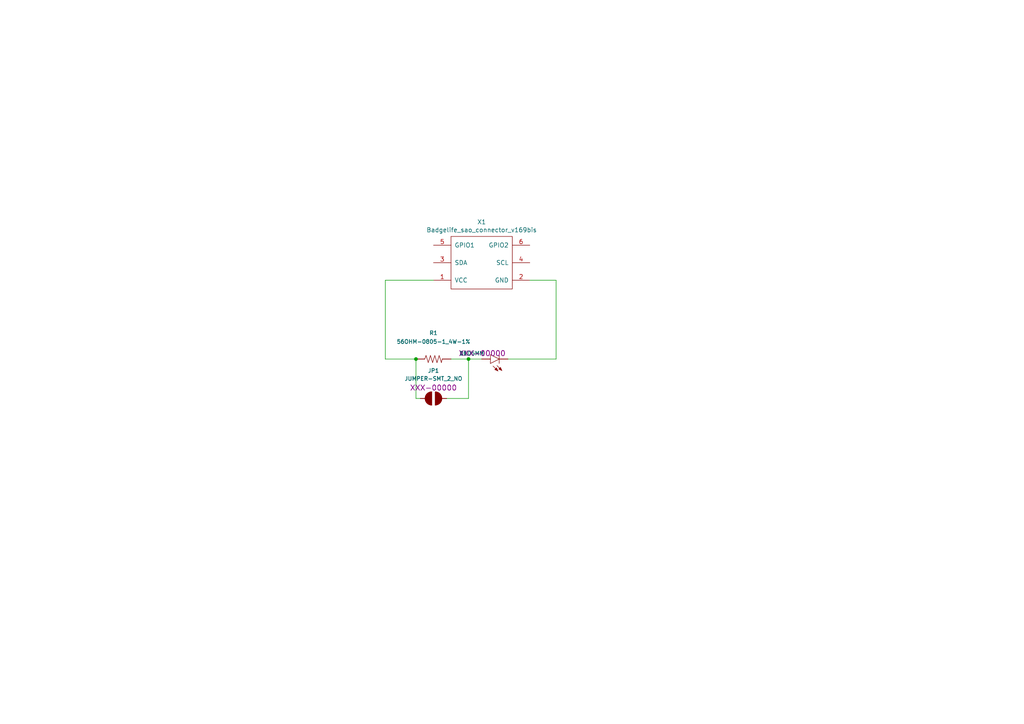
<source format=kicad_sch>
(kicad_sch (version 20211123) (generator eeschema)
  (paper "A4")
  (lib_symbols
    (symbol "SparkFun-LED:LED5MM" (pin_numbers hide) (pin_names (offset 1.016) hide)
      (property "Reference" "D1" (at 1.651 7.8186 90))
      (property "Value" "LED5MM" (at 1.651 5.2958 90))
      (property "Field4" "XXX-00000" (at 1.651 2.3949 90))
      (symbol "LED5MM_1_0"
        (polyline (pts (xy -2.032 -0.762) (xy -3.429 -2.159)))
        (polyline (pts (xy -1.905 -1.905) (xy -3.302 -3.302)))
        (polyline (pts (xy 0 -2.54) (xy -1.27 -2.54)))
        (polyline (pts (xy 0 -2.54) (xy -1.27 0)))
        (polyline (pts (xy 1.27 -2.54) (xy 0 -2.54)))
        (polyline (pts (xy 1.27 0) (xy -1.27 0)))
        (polyline (pts (xy 1.27 0) (xy 0 -2.54)))
      )
      (symbol "LED5MM_1_1"
        (polyline (pts (xy -3.429 -2.159) (xy -3.048 -1.27) (xy -3.048 -1.27) (xy -2.54 -1.778) (xy -2.54 -1.778) (xy -3.429 -2.159)) (fill (type outline)))
        (polyline (pts (xy -3.302 -3.302) (xy -2.921 -2.413) (xy -2.921 -2.413) (xy -2.413 -2.921) (xy -2.413 -2.921) (xy -3.302 -3.302)) (fill (type outline)))
        (pin passive line (at 0 -5.08 90) (length 2.54) (name "C") (number "1"))
        (pin passive line (at 0 2.54 270) (length 2.54) (name "A") (number "2"))
      )
    )
    (symbol "Sparkfun-Jumpers:JUMPER-SMT_2_NO" (pin_numbers hide) (pin_names (offset 1.016) hide)
      (property "Reference" "JP" (at -2.54 2.54 0))
      (property "Value" "JUMPER-SMT_2_NO" (at -2.54 -3.81 0))
      (property "PROD_ID" "XXX-00000" (at 0 6.35 0))
      (symbol "JUMPER-SMT_2_NO_0_1"
        (arc (start -0.508 1.905) (mid -2.413 0) (end -0.508 -1.905) (stroke (width 0.2032)))
        (arc (start -0.508 1.905) (mid -2.413 0) (end -0.508 -1.905) (stroke (width 0.2032)) (fill (type outline)))
        (polyline (pts (xy -0.508 1.905) (xy -0.508 -1.905)) (stroke (width 0.2032)))
        (polyline (pts (xy 0.508 1.905) (xy 0.508 -1.905)) (stroke (width 0.2032)))
        (arc (start 0.508 -1.905) (mid 2.413 0) (end 0.508 1.905) (fill (type outline)))
        (arc (start 0.508 -1.905) (mid 2.413 0) (end 0.508 1.905) (stroke (width 0.2032)))
      )
      (symbol "JUMPER-SMT_2_NO_1_1"
        (pin passive line (at -3.81 0 0) (length 2.54) (name "1") (number "1"))
        (pin passive line (at 3.81 0 180) (length 2.54) (name "2") (number "2"))
      )
    )
    (symbol "Sparkfun-Resistors:0.22OHM-0805-1_4W-1%" (pin_numbers hide) (pin_names (offset 1.016) hide)
      (property "Reference" "R" (at -5.08 1.27 0))
      (property "Value" "0.22OHM-0805-1_4W-1%" (at -5.08 -3.81 0))
      (property "Field4" "RES-09883" (at 0 5.08 0))
      (symbol "0.22OHM-0805-1_4W-1%_1_0"
        (polyline (pts (xy -2.54 0) (xy -2.159 1.016)))
        (polyline (pts (xy -2.159 1.016) (xy -1.524 -1.016)))
        (polyline (pts (xy -1.524 -1.016) (xy -0.889 1.016)))
        (polyline (pts (xy -0.889 1.016) (xy -0.254 -1.016)))
        (polyline (pts (xy -0.254 -1.016) (xy 0.381 1.016)))
        (polyline (pts (xy 0.381 1.016) (xy 1.016 -1.016)))
        (polyline (pts (xy 1.016 -1.016) (xy 1.651 1.016)))
        (polyline (pts (xy 1.651 1.016) (xy 2.286 -1.016)))
        (polyline (pts (xy 2.286 -1.016) (xy 2.54 0)))
      )
      (symbol "0.22OHM-0805-1_4W-1%_1_1"
        (pin passive line (at -5.08 0 0) (length 2.54) (name "1") (number "1"))
        (pin passive line (at 5.08 0 180) (length 2.54) (name "2") (number "2"))
      )
    )
    (symbol "badgelife_shitty_addon_v169bis:Badgelife_sao_connector_v169bis" (pin_names (offset 1.016))
      (property "Reference" "X" (at 0 0 0))
      (property "Value" "badgelife_shitty_addon_v169bis_Badgelife_sao_connector_v169bis" (at 0 20.32 0))
      (symbol "Badgelife_sao_connector_v169bis_0_1"
        (rectangle (start -7.62 8.89) (end 7.62 -8.89))
      )
      (symbol "Badgelife_sao_connector_v169bis_1_1"
        (pin input line (at -5.08 13.97 270) (length 5.08) (name "VCC") (number "1"))
        (pin input line (at -5.08 -13.97 90) (length 5.08) (name "GND") (number "2"))
        (pin input line (at 0 13.97 270) (length 5.08) (name "SDA") (number "3"))
        (pin input line (at 0 -13.97 90) (length 5.08) (name "SCL") (number "4"))
        (pin input line (at 5.08 13.97 270) (length 5.08) (name "GPIO1") (number "5"))
        (pin input line (at 5.08 -13.97 90) (length 5.08) (name "GPIO2") (number "6"))
      )
    )
  )
  (junction (at 120.65 104.14))
  (junction (at 135.89 104.14))
  (wire (pts (xy 147.32 104.14) (xy 161.29 104.14)))
  (wire (pts (xy 135.89 104.14) (xy 139.7 104.14)))
  (wire (pts (xy 129.54 115.57) (xy 135.89 115.57)))
  (wire (pts (xy 111.76 81.28) (xy 111.76 104.14)))
  (wire (pts (xy 135.89 115.57) (xy 135.89 104.14)))
  (wire (pts (xy 120.65 115.57) (xy 121.92 115.57)))
  (wire (pts (xy 111.76 81.28) (xy 125.73 81.28)))
  (wire (pts (xy 161.29 81.28) (xy 153.67 81.28)))
  (wire (pts (xy 161.29 104.14) (xy 161.29 81.28)))
  (wire (pts (xy 120.65 104.14) (xy 120.65 115.57)))
  (wire (pts (xy 130.81 104.14) (xy 135.89 104.14)))
  (wire (pts (xy 111.76 104.14) (xy 120.65 104.14)))
  (symbol (lib_id "badgelife_shitty_addon_v169bis:Badgelife_sao_connector_v169bis") (at 139.7 76.2 90) (unit 1)
    (property "Reference" "X1" (at 139.7 64.389 90))
    (property "Value" "Badgelife_sao_connector_v169bis" (at 139.7 66.7004 90))
    (property "Footprint" "BadgePiratesFootprint:Badgelife-SAOv169-BADGE-2x3_Back" (effects hide))
  )
  (symbol (lib_id "Sparkfun-Jumpers:JUMPER-SMT_2_NO") (at 125.73 115.57 0) (unit 1)
    (property "Reference" "JP1" (at 125.73 107.5131 0) (effects (font (size 1.143 1.143))))
    (property "Value" "JUMPER-SMT_2_NO" (at 125.73 109.8217 0) (effects (font (size 1.143 1.143))))
    (property "Footprint" "SMT-JUMPER_2_NO" (effects hide))
    (property "PROD_ID" "XXX-00000" (at 125.73 112.4727 0) (effects (font (size 1.524 1.524))))
  )
  (symbol (lib_id "SparkFun-LED:LED5MM") (at 142.24 104.14 90) (unit 1)
    (property "Reference" "D1" (at 134.4214 102.489 90) (effects (font (size 1.143 1.143))))
    (property "Value" "LED5MM" (at 136.9442 102.489 90) (effects (font (size 1.143 1.143))))
    (property "Footprint" "LED_THT:LED_D5.0mm_Horizontal_O3.81mm_Z9.0mm" (effects hide))
    (property "Field4" "XXX-00000" (at 139.8451 102.489 90) (effects (font (size 1.524 1.524))))
  )
  (symbol (lib_id "Sparkfun-Resistors:0.22OHM-0805-1_4W-1%") (at 125.73 104.14 0) (unit 1)
    (property "Reference" "R1" (at 125.73 96.5754 0) (effects (font (size 1.143 1.143))))
    (property "Value" "56OHM-0805-1_4W-1%" (at 125.73 99.0982 0) (effects (font (size 1.143 1.143))))
    (property "Footprint" "0805" (effects hide))
  )
)
</source>
